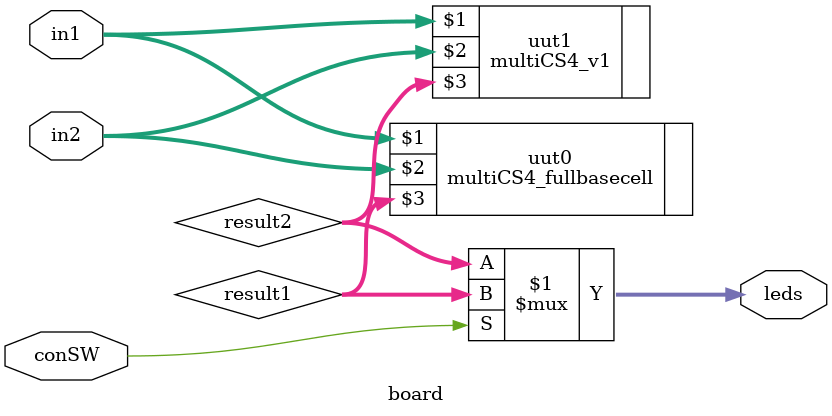
<source format=v>
module board(leds, in1, in2, conSW);
  input [3:0] in1, in2;
  input conSW;
  output [7:0] leds;
  wire [7:0]  result1, result2;

  multiCS4_fullbasecell uut0(in1, in2, result1);
  multiCS4_v1 uut1(in1, in2, result2);

assign leds = (conSW) ? result1 : result2;

endmodule // board

</source>
